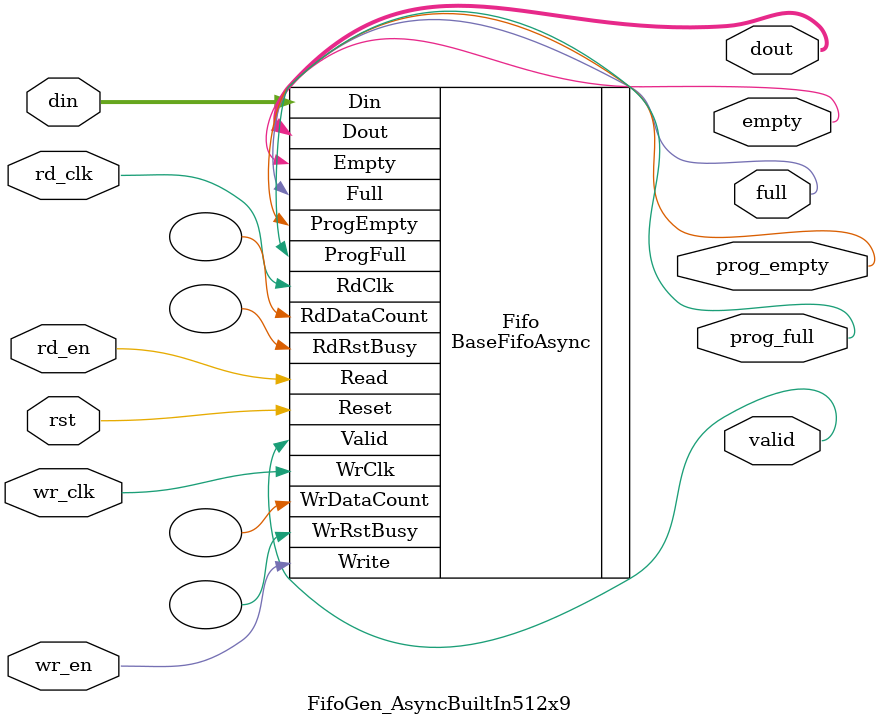
<source format=v>
/*
	FifoGen_AsyncBuiltIn512x9.v: Behavior version of 512x9 built in RAM FIFO

		  Ted Rossin 10-18-2024
	  		     11-05-2024 

     Note: 
*/

`timescale 1ns / 1ps

module FifoGen_AsyncBuiltIn512x9(
     input wr_clk
    ,input rd_clk
    ,input rst
    ,input[8:0] din
    ,input wr_en
    ,input rd_en
    ,output[8:0] dout
    ,output full
    ,output empty
    ,output prog_empty
    ,output prog_full
    ,output valid
);

    BaseFifoAsync #(
	 .FirstWordFall(0)
	,.BuiltIn(1)
	,.Depth(512)
    	,.Width(9)
	,.ProgEmptyValue(10)
	,.ProgFullValue(14)
	,.DataCountWidth(10)
	,.NumSync(2)
    ) Fifo(
     	 .WrClk(wr_clk)
     	,.RdClk(rd_clk)
    	,.Reset(rst)
	,.RdRstBusy()
	,.WrRstBusy()
    	,.Write(wr_en)
    	,.Read(rd_en)
    	,.Din(din)
    	,.Dout(dout)
    	,.ProgFull(prog_full)
    	,.WrDataCount()
    	,.RdDataCount()
    	,.Valid(valid)
    	,.Empty(empty)
	,.ProgEmpty(prog_empty)
    	,.Full(full)
    );
endmodule

</source>
